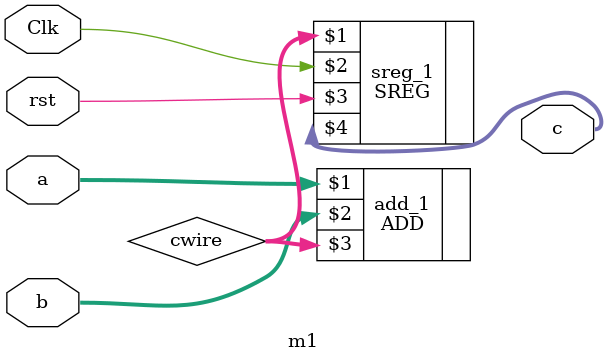
<source format=v>
`timescale 1ns / 1ps

module m1( Clk, rst, a, b, c );
    input Clk, rst;
    input signed [7:0] a;
    input [7:0] b;

    output signed [7:0] c;

    wire signed [7:0] cwire;

    ADD #(8) add_1(a, b, cwire);
    SREG #(8) sreg_1(cwire, Clk, rst, c);
endmodule

</source>
